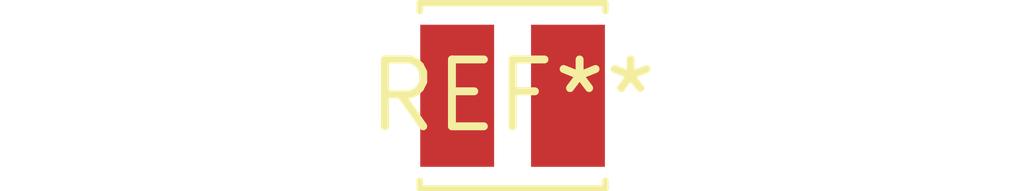
<source format=kicad_pcb>
(kicad_pcb (version 20240108) (generator pcbnew)
  (layers (0 "F.Cu" signal) (31 "B.Cu" signal) (34 "B.Paste" user) (35 "F.Paste" user) (36 "B.SilkS" user "B.Silkscreen") (37 "F.SilkS" user "F.Silkscreen") (38 "B.Mask" user) (39 "F.Mask" user) (44 "Edge.Cuts" user))
  (net 0 "")
  (footprint "L_Cenker_CKCS3015" (layer "F.Cu") (at 0 0)
    (property "Reference" "REF**")
    (property "Value" "L_Cenker_CKCS3015")
    (fp_line (start -1.76 -1.76) (end -1.76 -1.61) (layer "F.SilkS") (stroke (width 0.12)))
    (fp_line (start -1.76 -1.76) (end 1.76 -1.76) (layer "F.SilkS") (stroke (width 0.12)))
    (fp_line (start -1.76 1.76) (end -1.76 1.61) (layer "F.SilkS") (stroke (width 0.12)))
    (fp_line (start -1.76 1.76) (end 1.76 1.76) (layer "F.SilkS") (stroke (width 0.12)))
    (fp_line (start 1.76 -1.76) (end 1.76 -1.61) (layer "F.SilkS") (stroke (width 0.12)))
    (fp_line (start 1.76 1.76) (end 1.76 1.61) (layer "F.SilkS") (stroke (width 0.12)))
    (pad "1" smd rect (at -1.05 0) (size 1.4 2.7) (layers "F.Cu" "F.Paste" "F.Mask"))
    (pad "2" smd rect (at 1.05 0) (size 1.4 2.7) (layers "F.Cu" "F.Paste" "F.Mask"))
  )
)
</source>
